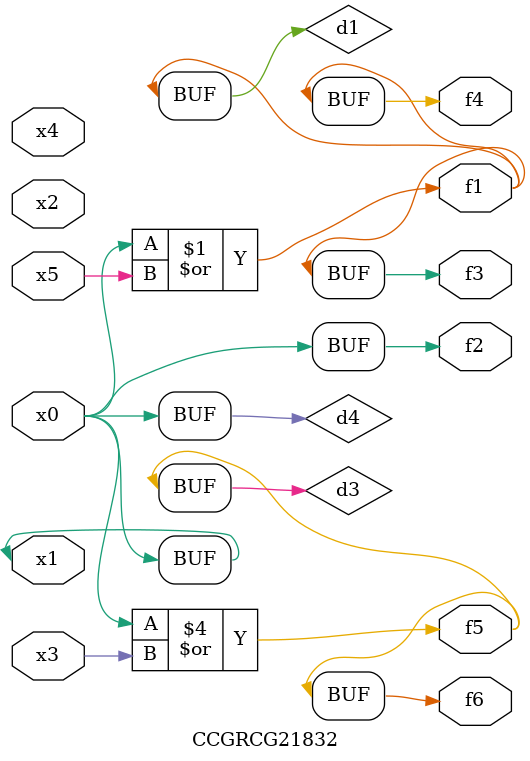
<source format=v>
module CCGRCG21832(
	input x0, x1, x2, x3, x4, x5,
	output f1, f2, f3, f4, f5, f6
);

	wire d1, d2, d3, d4;

	or (d1, x0, x5);
	xnor (d2, x1, x4);
	or (d3, x0, x3);
	buf (d4, x0, x1);
	assign f1 = d1;
	assign f2 = d4;
	assign f3 = d1;
	assign f4 = d1;
	assign f5 = d3;
	assign f6 = d3;
endmodule

</source>
